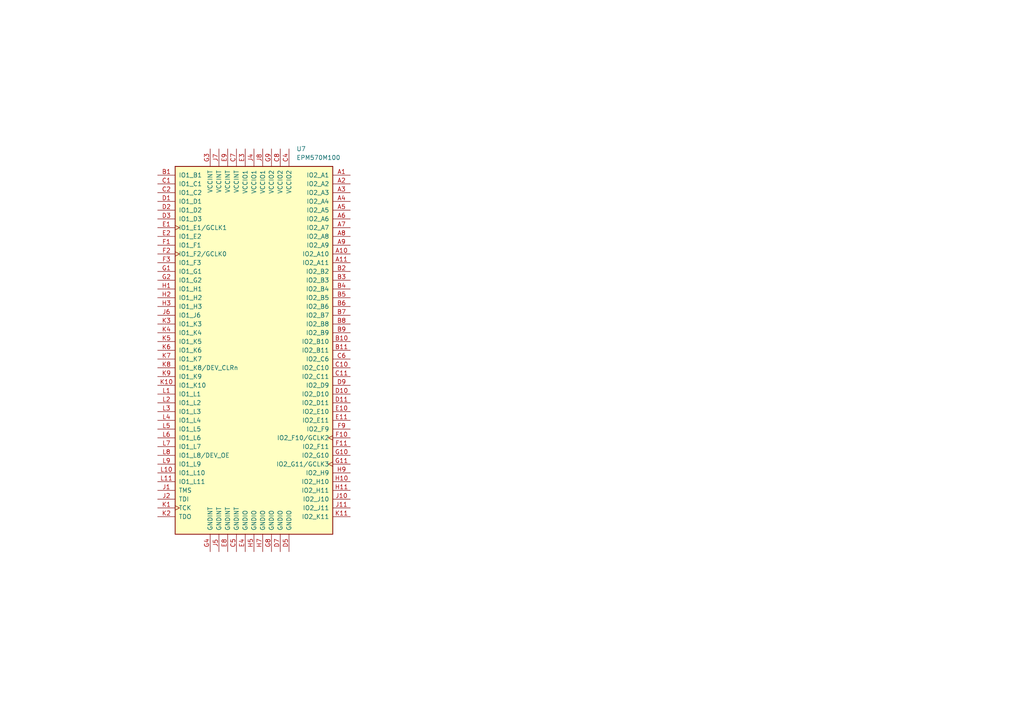
<source format=kicad_sch>
(kicad_sch (version 20250114) (generator "eeschema") (generator_version "9.0")
  (paper "A4")
  (lib_symbols
    (symbol "CPLD_Altera:EPM570M100" (pin_names (offset 1.016))
      (property "Reference" "U" (at 12.7 54.61 0))
      (property "Value" "EPM570M100" (at 12.7 -54.61 0))
      (symbol "EPM570M100_1_1"
        (rectangle (start -22.86 53.34) (end 22.86 -53.34) (stroke (width 0.254)) (fill (type background)))
        (pin bidirectional line (at -27.94 50.8 0) (length 5.08) (name "IO1_B1") (number "B1"))
        (pin bidirectional line (at -27.94 48.26 0) (length 5.08) (name "IO1_C1") (number "C1"))
        (pin bidirectional line (at -27.94 45.72 0) (length 5.08) (name "IO1_C2") (number "C2"))
        (pin bidirectional line (at -27.94 43.18 0) (length 5.08) (name "IO1_D1") (number "D1"))
        (pin bidirectional line (at -27.94 40.64 0) (length 5.08) (name "IO1_D2") (number "D2"))
        (pin bidirectional line (at -27.94 38.1 0) (length 5.08) (name "IO1_D3") (number "D3"))
        (pin bidirectional clock (at -27.94 35.56 0) (length 5.08) (name "IO1_E1/GCLK1") (number "E1"))
        (pin bidirectional line (at -27.94 33.02 0) (length 5.08) (name "IO1_E2") (number "E2"))
        (pin bidirectional line (at -27.94 30.48 0) (length 5.08) (name "IO1_F1") (number "F1"))
        (pin bidirectional clock (at -27.94 27.94 0) (length 5.08) (name "IO1_F2/GCLK0") (number "F2"))
        (pin bidirectional line (at -27.94 25.4 0) (length 5.08) (name "IO1_F3") (number "F3"))
        (pin bidirectional line (at -27.94 22.86 0) (length 5.08) (name "IO1_G1") (number "G1"))
        (pin bidirectional line (at -27.94 20.32 0) (length 5.08) (name "IO1_G2") (number "G2"))
        (pin bidirectional line (at -27.94 17.78 0) (length 5.08) (name "IO1_H1") (number "H1"))
        (pin bidirectional line (at -27.94 15.24 0) (length 5.08) (name "IO1_H2") (number "H2"))
        (pin bidirectional line (at -27.94 12.7 0) (length 5.08) (name "IO1_H3") (number "H3"))
        (pin bidirectional line (at -27.94 10.16 0) (length 5.08) (name "IO1_J6") (number "J6"))
        (pin bidirectional line (at -27.94 7.62 0) (length 5.08) (name "IO1_K3") (number "K3"))
        (pin bidirectional line (at -27.94 5.08 0) (length 5.08) (name "IO1_K4") (number "K4"))
        (pin bidirectional line (at -27.94 2.54 0) (length 5.08) (name "IO1_K5") (number "K5"))
        (pin bidirectional line (at -27.94 0 0) (length 5.08) (name "IO1_K6") (number "K6"))
        (pin bidirectional line (at -27.94 -2.54 0) (length 5.08) (name "IO1_K7") (number "K7"))
        (pin bidirectional line (at -27.94 -5.08 0) (length 5.08) (name "IO1_K8/DEV_CLRn") (number "K8"))
        (pin bidirectional line (at -27.94 -7.62 0) (length 5.08) (name "IO1_K9") (number "K9"))
        (pin bidirectional line (at -27.94 -10.16 0) (length 5.08) (name "IO1_K10") (number "K10"))
        (pin bidirectional line (at -27.94 -12.7 0) (length 5.08) (name "IO1_L1") (number "L1"))
        (pin bidirectional line (at -27.94 -15.24 0) (length 5.08) (name "IO1_L2") (number "L2"))
        (pin bidirectional line (at -27.94 -17.78 0) (length 5.08) (name "IO1_L3") (number "L3"))
        (pin bidirectional line (at -27.94 -20.32 0) (length 5.08) (name "IO1_L4") (number "L4"))
        (pin bidirectional line (at -27.94 -22.86 0) (length 5.08) (name "IO1_L5") (number "L5"))
        (pin bidirectional line (at -27.94 -25.4 0) (length 5.08) (name "IO1_L6") (number "L6"))
        (pin bidirectional line (at -27.94 -27.94 0) (length 5.08) (name "IO1_L7") (number "L7"))
        (pin bidirectional line (at -27.94 -30.48 0) (length 5.08) (name "IO1_L8/DEV_OE") (number "L8"))
        (pin bidirectional line (at -27.94 -33.02 0) (length 5.08) (name "IO1_L9") (number "L9"))
        (pin bidirectional line (at -27.94 -35.56 0) (length 5.08) (name "IO1_L10") (number "L10"))
        (pin bidirectional line (at -27.94 -38.1 0) (length 5.08) (name "IO1_L11") (number "L11"))
        (pin input line (at -27.94 -40.64 0) (length 5.08) (name "TMS") (number "J1"))
        (pin input line (at -27.94 -43.18 0) (length 5.08) (name "TDI") (number "J2"))
        (pin input clock (at -27.94 -45.72 0) (length 5.08) (name "TCK") (number "K1"))
        (pin output line (at -27.94 -48.26 0) (length 5.08) (name "TDO") (number "K2"))
        (pin power_in line (at -12.7 58.42 270) (length 5.08) (name "VCCINT") (number "G3"))
        (pin power_in line (at -12.7 -58.42 90) (length 5.08) (name "GNDINT") (number "G4"))
        (pin power_in line (at -10.16 58.42 270) (length 5.08) (name "VCCINT") (number "J7"))
        (pin power_in line (at -10.16 -58.42 90) (length 5.08) (name "GNDINT") (number "J5"))
        (pin power_in line (at -7.62 58.42 270) (length 5.08) (name "VCCINT") (number "E9"))
        (pin power_in line (at -7.62 -58.42 90) (length 5.08) (name "GNDINT") (number "E8"))
        (pin power_in line (at -5.08 58.42 270) (length 5.08) (name "VCCINT") (number "C7"))
        (pin power_in line (at -5.08 -58.42 90) (length 5.08) (name "GNDINT") (number "C5"))
        (pin power_in line (at -2.54 58.42 270) (length 5.08) (name "VCCIO1") (number "E3"))
        (pin power_in line (at -2.54 -58.42 90) (length 5.08) (name "GNDIO") (number "E4"))
        (pin power_in line (at 0 58.42 270) (length 5.08) (name "VCCIO1") (number "J4"))
        (pin power_in line (at 0 -58.42 90) (length 5.08) (name "GNDIO") (number "H5"))
        (pin power_in line (at 2.54 58.42 270) (length 5.08) (name "VCCIO1") (number "J8"))
        (pin power_in line (at 2.54 -58.42 90) (length 5.08) (name "GNDIO") (number "H7"))
        (pin power_in line (at 5.08 58.42 270) (length 5.08) (name "VCCIO2") (number "G9"))
        (pin power_in line (at 5.08 -58.42 90) (length 5.08) (name "GNDIO") (number "G8"))
        (pin power_in line (at 7.62 58.42 270) (length 5.08) (name "VCCIO2") (number "C8"))
        (pin power_in line (at 7.62 -58.42 90) (length 5.08) (name "GNDIO") (number "D7"))
        (pin power_in line (at 10.16 58.42 270) (length 5.08) (name "VCCIO2") (number "C4"))
        (pin power_in line (at 10.16 -58.42 90) (length 5.08) (name "GNDIO") (number "D5"))
        (pin bidirectional line (at 27.94 50.8 180) (length 5.08) (name "IO2_A1") (number "A1"))
        (pin bidirectional line (at 27.94 48.26 180) (length 5.08) (name "IO2_A2") (number "A2"))
        (pin bidirectional line (at 27.94 45.72 180) (length 5.08) (name "IO2_A3") (number "A3"))
        (pin bidirectional line (at 27.94 43.18 180) (length 5.08) (name "IO2_A4") (number "A4"))
        (pin bidirectional line (at 27.94 40.64 180) (length 5.08) (name "IO2_A5") (number "A5"))
        (pin bidirectional line (at 27.94 38.1 180) (length 5.08) (name "IO2_A6") (number "A6"))
        (pin bidirectional line (at 27.94 35.56 180) (length 5.08) (name "IO2_A7") (number "A7"))
        (pin bidirectional line (at 27.94 33.02 180) (length 5.08) (name "IO2_A8") (number "A8"))
        (pin bidirectional line (at 27.94 30.48 180) (length 5.08) (name "IO2_A9") (number "A9"))
        (pin bidirectional line (at 27.94 27.94 180) (length 5.08) (name "IO2_A10") (number "A10"))
        (pin bidirectional line (at 27.94 25.4 180) (length 5.08) (name "IO2_A11") (number "A11"))
        (pin bidirectional line (at 27.94 22.86 180) (length 5.08) (name "IO2_B2") (number "B2"))
        (pin bidirectional line (at 27.94 20.32 180) (length 5.08) (name "IO2_B3") (number "B3"))
        (pin bidirectional line (at 27.94 17.78 180) (length 5.08) (name "IO2_B4") (number "B4"))
        (pin bidirectional line (at 27.94 15.24 180) (length 5.08) (name "IO2_B5") (number "B5"))
        (pin bidirectional line (at 27.94 12.7 180) (length 5.08) (name "IO2_B6") (number "B6"))
        (pin bidirectional line (at 27.94 10.16 180) (length 5.08) (name "IO2_B7") (number "B7"))
        (pin bidirectional line (at 27.94 7.62 180) (length 5.08) (name "IO2_B8") (number "B8"))
        (pin bidirectional line (at 27.94 5.08 180) (length 5.08) (name "IO2_B9") (number "B9"))
        (pin bidirectional line (at 27.94 2.54 180) (length 5.08) (name "IO2_B10") (number "B10"))
        (pin bidirectional line (at 27.94 0 180) (length 5.08) (name "IO2_B11") (number "B11"))
        (pin bidirectional line (at 27.94 -2.54 180) (length 5.08) (name "IO2_C6") (number "C6"))
        (pin bidirectional line (at 27.94 -5.08 180) (length 5.08) (name "IO2_C10") (number "C10"))
        (pin bidirectional line (at 27.94 -7.62 180) (length 5.08) (name "IO2_C11") (number "C11"))
        (pin bidirectional line (at 27.94 -10.16 180) (length 5.08) (name "IO2_D9") (number "D9"))
        (pin bidirectional line (at 27.94 -12.7 180) (length 5.08) (name "IO2_D10") (number "D10"))
        (pin bidirectional line (at 27.94 -15.24 180) (length 5.08) (name "IO2_D11") (number "D11"))
        (pin bidirectional line (at 27.94 -17.78 180) (length 5.08) (name "IO2_E10") (number "E10"))
        (pin bidirectional line (at 27.94 -20.32 180) (length 5.08) (name "IO2_E11") (number "E11"))
        (pin bidirectional line (at 27.94 -22.86 180) (length 5.08) (name "IO2_F9") (number "F9"))
        (pin bidirectional clock (at 27.94 -25.4 180) (length 5.08) (name "IO2_F10/GCLK2") (number "F10"))
        (pin bidirectional line (at 27.94 -27.94 180) (length 5.08) (name "IO2_F11") (number "F11"))
        (pin bidirectional line (at 27.94 -30.48 180) (length 5.08) (name "IO2_G10") (number "G10"))
        (pin bidirectional clock (at 27.94 -33.02 180) (length 5.08) (name "IO2_G11/GCLK3") (number "G11"))
        (pin bidirectional line (at 27.94 -35.56 180) (length 5.08) (name "IO2_H9") (number "H9"))
        (pin bidirectional line (at 27.94 -38.1 180) (length 5.08) (name "IO2_H10") (number "H10"))
        (pin bidirectional line (at 27.94 -40.64 180) (length 5.08) (name "IO2_H11") (number "H11"))
        (pin bidirectional line (at 27.94 -43.18 180) (length 5.08) (name "IO2_J10") (number "J10"))
        (pin bidirectional line (at 27.94 -45.72 180) (length 5.08) (name "IO2_J11") (number "J11"))
        (pin bidirectional line (at 27.94 -48.26 180) (length 5.08) (name "IO2_K11") (number "K11"))
      )
    )
  )
  (symbol (lib_id "CPLD_Altera:EPM570M100") (at 73.66 101.6 0) (unit 1)
    (property "Reference" "U7" (at 85.9633 43.18 0) (effects (justify left)))
    (property "Value" "EPM570M100" (at 85.9633 45.72 0) (effects (justify left)))
    (property "Footprint" "Package_BGA:BGA-100_6.0x6.0mm_Layout11x11_P0.5mm_Ball0.3mm_Pad0.25mm_NSMD" (effects (hide yes)))
    (property "Datasheet" "https://www.altera.com/content/dam/altera-www/global/en_US/pdfs/literature/hb/max2/max2_mii5v1.pdf" (effects (hide yes)))
    (property "Description" "Altera MAX2 CPLD with 570 LE" (effects (hide yes)))
  )
)
</source>
